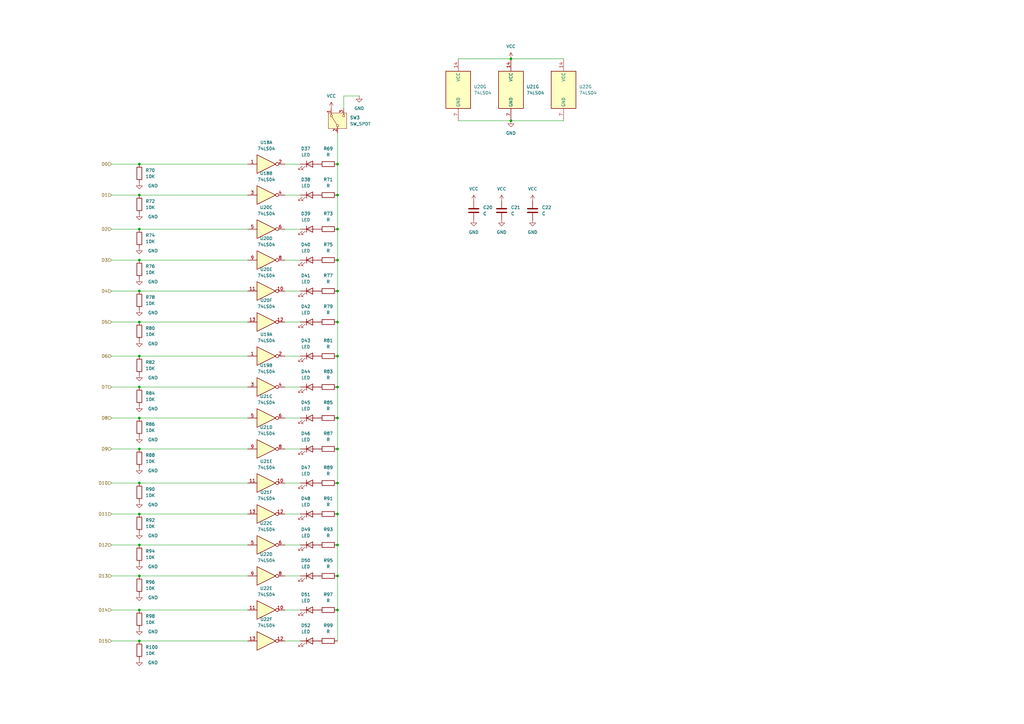
<source format=kicad_sch>
(kicad_sch (version 20231120) (generator "eeschema") (generator_version "8.0")
  (paper "A3")
  (lib_symbols
    (symbol "74xx:74LS04"
      (property "Reference" "U" (at 0 1.27 0))
      (property "Value" "74LS04" (at 0 -1.27 0))
      (symbol "74LS04_1_0"
        (polyline (pts (xy -3.81 3.81) (xy -3.81 -3.81) (xy 3.81 0) (xy -3.81 3.81)) (stroke (width 0.254)) (fill (type background)))
        (pin input line (at -7.62 0 0) (length 3.81) (name "~") (number "1"))
        (pin output inverted (at 7.62 0 180) (length 3.81) (name "~") (number "2"))
      )
      (symbol "74LS04_2_0"
        (polyline (pts (xy -3.81 3.81) (xy -3.81 -3.81) (xy 3.81 0) (xy -3.81 3.81)) (stroke (width 0.254)) (fill (type background)))
        (pin input line (at -7.62 0 0) (length 3.81) (name "~") (number "3"))
        (pin output inverted (at 7.62 0 180) (length 3.81) (name "~") (number "4"))
      )
      (symbol "74LS04_3_0"
        (polyline (pts (xy -3.81 3.81) (xy -3.81 -3.81) (xy 3.81 0) (xy -3.81 3.81)) (stroke (width 0.254)) (fill (type background)))
        (pin input line (at -7.62 0 0) (length 3.81) (name "~") (number "5"))
        (pin output inverted (at 7.62 0 180) (length 3.81) (name "~") (number "6"))
      )
      (symbol "74LS04_4_0"
        (polyline (pts (xy -3.81 3.81) (xy -3.81 -3.81) (xy 3.81 0) (xy -3.81 3.81)) (stroke (width 0.254)) (fill (type background)))
        (pin output inverted (at 7.62 0 180) (length 3.81) (name "~") (number "8"))
        (pin input line (at -7.62 0 0) (length 3.81) (name "~") (number "9"))
      )
      (symbol "74LS04_5_0"
        (polyline (pts (xy -3.81 3.81) (xy -3.81 -3.81) (xy 3.81 0) (xy -3.81 3.81)) (stroke (width 0.254)) (fill (type background)))
        (pin output inverted (at 7.62 0 180) (length 3.81) (name "~") (number "10"))
        (pin input line (at -7.62 0 0) (length 3.81) (name "~") (number "11"))
      )
      (symbol "74LS04_6_0"
        (polyline (pts (xy -3.81 3.81) (xy -3.81 -3.81) (xy 3.81 0) (xy -3.81 3.81)) (stroke (width 0.254)) (fill (type background)))
        (pin output inverted (at 7.62 0 180) (length 3.81) (name "~") (number "12"))
        (pin input line (at -7.62 0 0) (length 3.81) (name "~") (number "13"))
      )
      (symbol "74LS04_7_0"
        (pin power_in line (at 0 12.7 270) (length 5.08) (name "VCC") (number "14"))
        (pin power_in line (at 0 -12.7 90) (length 5.08) (name "GND") (number "7"))
      )
      (symbol "74LS04_7_1"
        (rectangle (start -5.08 7.62) (end 5.08 -7.62) (stroke (width 0.254)) (fill (type background)))
      )
    )
    (symbol "Device:C" (pin_numbers hide) (pin_names (offset 0.254))
      (property "Reference" "C" (at 0.635 2.54 0))
      (property "Value" "C" (at 0.635 -2.54 0))
      (symbol "C_0_1"
        (polyline (pts (xy -2.032 -0.762) (xy 2.032 -0.762)) (stroke (width 0.508)))
        (polyline (pts (xy -2.032 0.762) (xy 2.032 0.762)) (stroke (width 0.508)))
      )
      (symbol "C_1_1"
        (pin passive line (at 0 3.81 270) (length 2.794) (name "~") (number "1"))
        (pin passive line (at 0 -3.81 90) (length 2.794) (name "~") (number "2"))
      )
    )
    (symbol "Device:LED" (pin_numbers hide) (pin_names (offset 1.016) hide)
      (property "Reference" "D" (at 0 2.54 0))
      (property "Value" "LED" (at 0 -2.54 0))
      (symbol "LED_0_1"
        (polyline (pts (xy -1.27 -1.27) (xy -1.27 1.27)) (stroke (width 0.254)))
        (polyline (pts (xy -1.27 0) (xy 1.27 0)))
        (polyline (pts (xy 1.27 -1.27) (xy 1.27 1.27) (xy -1.27 0) (xy 1.27 -1.27)) (stroke (width 0.254)))
        (polyline (pts (xy -3.048 -0.762) (xy -4.572 -2.286) (xy -3.81 -2.286) (xy -4.572 -2.286) (xy -4.572 -1.524)))
        (polyline (pts (xy -1.778 -0.762) (xy -3.302 -2.286) (xy -2.54 -2.286) (xy -3.302 -2.286) (xy -3.302 -1.524)))
      )
      (symbol "LED_1_1"
        (pin passive line (at -3.81 0 0) (length 2.54) (name "K") (number "1"))
        (pin passive line (at 3.81 0 180) (length 2.54) (name "A") (number "2"))
      )
    )
    (symbol "Device:R" (pin_numbers hide) (pin_names (offset 0))
      (property "Reference" "R" (at 2.032 0 90))
      (property "Value" "R" (at 0 0 90))
      (symbol "R_0_1"
        (rectangle (start -1.016 -2.54) (end 1.016 2.54) (stroke (width 0.254)))
      )
      (symbol "R_1_1"
        (pin passive line (at 0 3.81 270) (length 1.27) (name "~") (number "1"))
        (pin passive line (at 0 -3.81 90) (length 1.27) (name "~") (number "2"))
      )
    )
    (symbol "Switch:SW_SPDT" (pin_names (offset 0) hide)
      (property "Reference" "SW" (at 0 5.08 0))
      (property "Value" "SW_SPDT" (at 0 -5.08 0))
      (symbol "SW_SPDT_0_1"
        (circle (center -2.032 0) (radius 0.4572))
        (polyline (pts (xy -1.651 0.254) (xy 1.651 2.286)))
        (circle (center 2.032 -2.54) (radius 0.4572))
        (circle (center 2.032 2.54) (radius 0.4572))
      )
      (symbol "SW_SPDT_1_1"
        (rectangle (start -3.175 3.81) (end 3.175 -3.81) (fill (type background)))
        (pin passive line (at 5.08 2.54 180) (length 2.54) (name "A") (number "1"))
        (pin passive line (at -5.08 0 0) (length 2.54) (name "B") (number "2"))
        (pin passive line (at 5.08 -2.54 180) (length 2.54) (name "C") (number "3"))
      )
    )
    (symbol "power:GND" (power) (pin_numbers hide) (pin_names (offset 0) hide)
      (property "Value" "GND" (at 0 -3.81 0))
      (symbol "GND_0_1"
        (polyline (pts (xy 0 0) (xy 0 -1.27) (xy 1.27 -1.27) (xy 0 -2.54) (xy -1.27 -1.27) (xy 0 -1.27)))
      )
      (symbol "GND_1_1"
        (pin power_in line (at 0 0 270) (length 0) (name "~") (number "1"))
      )
    )
    (symbol "power:VCC" (power) (pin_numbers hide) (pin_names (offset 0) hide)
      (property "Value" "VCC" (at 0 3.556 0))
      (symbol "VCC_0_1"
        (polyline (pts (xy -0.762 1.27) (xy 0 2.54)))
        (polyline (pts (xy 0 0) (xy 0 2.54)))
        (polyline (pts (xy 0 2.54) (xy 0.762 1.27)))
      )
      (symbol "VCC_1_1"
        (pin power_in line (at 0 0 90) (length 0) (name "~") (number "1"))
      )
    )
  )
  (junction (at 138.43 146.05))
  (junction (at 57.15 158.75))
  (junction (at 138.43 171.45))
  (junction (at 138.43 106.68))
  (junction (at 57.15 171.45))
  (junction (at 138.43 67.31))
  (junction (at 57.15 106.68))
  (junction (at 57.15 250.19))
  (junction (at 138.43 210.82))
  (junction (at 138.43 158.75))
  (junction (at 57.15 119.38))
  (junction (at 138.43 250.19))
  (junction (at 57.15 210.82))
  (junction (at 138.43 119.38))
  (junction (at 57.15 146.05))
  (junction (at 138.43 236.22))
  (junction (at 57.15 223.52))
  (junction (at 57.15 132.08))
  (junction (at 57.15 80.01))
  (junction (at 138.43 184.15))
  (junction (at 57.15 198.12))
  (junction (at 57.15 262.89))
  (junction (at 209.55 49.53))
  (junction (at 57.15 236.22))
  (junction (at 138.43 223.52))
  (junction (at 138.43 198.12))
  (junction (at 57.15 93.98))
  (junction (at 57.15 67.31))
  (junction (at 57.15 184.15))
  (junction (at 138.43 93.98))
  (junction (at 138.43 132.08))
  (junction (at 138.43 80.01))
  (junction (at 209.55 24.13))
  (wire (pts (xy 138.43 171.45) (xy 138.43 184.15)))
  (wire (pts (xy 138.43 158.75) (xy 138.43 171.45)))
  (wire (pts (xy 57.15 132.08) (xy 101.6 132.08)))
  (wire (pts (xy 57.15 184.15) (xy 101.6 184.15)))
  (wire (pts (xy 116.84 132.08) (xy 123.19 132.08)))
  (wire (pts (xy 57.15 106.68) (xy 101.6 106.68)))
  (wire (pts (xy 116.84 106.68) (xy 123.19 106.68)))
  (wire (pts (xy 116.84 67.31) (xy 123.19 67.31)))
  (wire (pts (xy 116.84 80.01) (xy 123.19 80.01)))
  (wire (pts (xy 57.15 262.89) (xy 101.6 262.89)))
  (wire (pts (xy 138.43 132.08) (xy 138.43 146.05)))
  (wire (pts (xy 45.72 262.89) (xy 57.15 262.89)))
  (wire (pts (xy 138.43 67.31) (xy 138.43 80.01)))
  (wire (pts (xy 209.55 49.53) (xy 231.14 49.53)))
  (wire (pts (xy 57.15 80.01) (xy 101.6 80.01)))
  (wire (pts (xy 116.84 250.19) (xy 123.19 250.19)))
  (wire (pts (xy 45.72 184.15) (xy 57.15 184.15)))
  (wire (pts (xy 116.84 210.82) (xy 123.19 210.82)))
  (wire (pts (xy 57.15 93.98) (xy 101.6 93.98)))
  (wire (pts (xy 138.43 184.15) (xy 138.43 198.12)))
  (wire (pts (xy 45.72 198.12) (xy 57.15 198.12)))
  (wire (pts (xy 45.72 223.52) (xy 57.15 223.52)))
  (wire (pts (xy 116.84 171.45) (xy 123.19 171.45)))
  (wire (pts (xy 116.84 146.05) (xy 123.19 146.05)))
  (wire (pts (xy 138.43 250.19) (xy 138.43 262.89)))
  (wire (pts (xy 45.72 210.82) (xy 57.15 210.82)))
  (wire (pts (xy 116.84 236.22) (xy 123.19 236.22)))
  (wire (pts (xy 45.72 146.05) (xy 57.15 146.05)))
  (wire (pts (xy 187.96 49.53) (xy 209.55 49.53)))
  (wire (pts (xy 138.43 236.22) (xy 138.43 250.19)))
  (wire (pts (xy 57.15 250.19) (xy 101.6 250.19)))
  (wire (pts (xy 138.43 223.52) (xy 138.43 236.22)))
  (wire (pts (xy 45.72 93.98) (xy 57.15 93.98)))
  (wire (pts (xy 138.43 93.98) (xy 138.43 106.68)))
  (wire (pts (xy 45.72 236.22) (xy 57.15 236.22)))
  (wire (pts (xy 116.84 119.38) (xy 123.19 119.38)))
  (wire (pts (xy 57.15 223.52) (xy 101.6 223.52)))
  (wire (pts (xy 57.15 67.31) (xy 101.6 67.31)))
  (wire (pts (xy 57.15 146.05) (xy 101.6 146.05)))
  (wire (pts (xy 187.96 24.13) (xy 209.55 24.13)))
  (wire (pts (xy 138.43 146.05) (xy 138.43 158.75)))
  (wire (pts (xy 45.72 171.45) (xy 57.15 171.45)))
  (wire (pts (xy 116.84 158.75) (xy 123.19 158.75)))
  (wire (pts (xy 45.72 106.68) (xy 57.15 106.68)))
  (wire (pts (xy 45.72 132.08) (xy 57.15 132.08)))
  (wire (pts (xy 209.55 24.13) (xy 231.14 24.13)))
  (wire (pts (xy 45.72 158.75) (xy 57.15 158.75)))
  (wire (pts (xy 138.43 80.01) (xy 138.43 93.98)))
  (wire (pts (xy 57.15 119.38) (xy 101.6 119.38)))
  (wire (pts (xy 116.84 184.15) (xy 123.19 184.15)))
  (wire (pts (xy 140.97 44.45) (xy 140.97 39.37)))
  (wire (pts (xy 57.15 236.22) (xy 101.6 236.22)))
  (wire (pts (xy 57.15 171.45) (xy 101.6 171.45)))
  (wire (pts (xy 138.43 54.61) (xy 138.43 67.31)))
  (wire (pts (xy 116.84 198.12) (xy 123.19 198.12)))
  (wire (pts (xy 138.43 119.38) (xy 138.43 132.08)))
  (wire (pts (xy 116.84 262.89) (xy 123.19 262.89)))
  (wire (pts (xy 138.43 106.68) (xy 138.43 119.38)))
  (wire (pts (xy 116.84 93.98) (xy 123.19 93.98)))
  (wire (pts (xy 45.72 119.38) (xy 57.15 119.38)))
  (wire (pts (xy 140.97 39.37) (xy 147.32 39.37)))
  (wire (pts (xy 45.72 80.01) (xy 57.15 80.01)))
  (wire (pts (xy 57.15 210.82) (xy 101.6 210.82)))
  (wire (pts (xy 57.15 198.12) (xy 101.6 198.12)))
  (wire (pts (xy 138.43 210.82) (xy 138.43 223.52)))
  (wire (pts (xy 45.72 67.31) (xy 57.15 67.31)))
  (wire (pts (xy 57.15 158.75) (xy 101.6 158.75)))
  (wire (pts (xy 45.72 250.19) (xy 57.15 250.19)))
  (wire (pts (xy 116.84 223.52) (xy 123.19 223.52)))
  (wire (pts (xy 138.43 198.12) (xy 138.43 210.82)))
  (hierarchical_label "D5" (shape input) (at 45.72 132.08 180))
  (hierarchical_label "D6" (shape input) (at 45.72 146.05 180))
  (hierarchical_label "D2" (shape input) (at 45.72 93.98 180))
  (hierarchical_label "D14" (shape input) (at 45.72 250.19 180))
  (hierarchical_label "D15" (shape input) (at 45.72 262.89 180))
  (hierarchical_label "D0" (shape input) (at 45.72 67.31 180))
  (hierarchical_label "D7" (shape input) (at 45.72 158.75 180))
  (hierarchical_label "D10" (shape input) (at 45.72 198.12 180))
  (hierarchical_label "D13" (shape input) (at 45.72 236.22 180))
  (hierarchical_label "D1" (shape input) (at 45.72 80.01 180))
  (hierarchical_label "D4" (shape input) (at 45.72 119.38 180))
  (hierarchical_label "D8" (shape input) (at 45.72 171.45 180))
  (hierarchical_label "D12" (shape input) (at 45.72 223.52 180))
  (hierarchical_label "D11" (shape input) (at 45.72 210.82 180))
  (hierarchical_label "D3" (shape input) (at 45.72 106.68 180))
  (hierarchical_label "D9" (shape input) (at 45.72 184.15 180))
  (symbol (lib_id "power:GND") (at 57.15 127 0) (unit 1)
    (property "Reference" "#PWR0135" (effects (hide yes)))
    (property "Value" "GND" (at 62.738 128.27 0))
    (property "Description" "Power symbol creates a global label with name \"GND\" , ground" (effects (hide yes)))
    (instances (project "pcb_proc_control" (path "" (reference "#PWR0135") (unit 1)) (path "" (reference "#PWR0109") (unit 1)) (path "" (reference "#PWR083") (unit 1))))
  )
  (symbol (lib_id "Device:R") (at 134.62 106.68 90) (unit 1)
    (property "Reference" "R75" (at 134.62 100.33 90))
    (property "Value" "R" (at 134.62 102.87 90))
    (property "Footprint" "Resistor_SMD:R_0805_2012Metric" (effects (hide yes)))
    (property "Description" "Resistor" (effects (hide yes)))
    (instances (project "pcb_proc_control" (path "" (reference "R75") (unit 1)) (path "" (reference "R43") (unit 1)) (path "" (reference "R11") (unit 1))))
  )
  (symbol (lib_id "Device:C") (at 205.74 86.36 0) (unit 1)
    (property "Reference" "C21" (at 209.55 85.0899 0) (effects (justify left)))
    (property "Value" "C" (at 209.55 87.6299 0) (effects (justify left)))
    (property "Footprint" "Capacitor_SMD:C_0805_2012Metric" (effects (hide yes)))
    (property "Description" "Unpolarized capacitor" (effects (hide yes)))
    (instances (project "pcb_proc_control" (path "" (reference "C21") (unit 1)) (path "" (reference "C18") (unit 1)) (path "" (reference "C15") (unit 1))))
  )
  (symbol (lib_id "Device:R") (at 134.62 262.89 90) (unit 1)
    (property "Reference" "R99" (at 134.62 256.54 90))
    (property "Value" "R" (at 134.62 259.08 90))
    (property "Footprint" "Resistor_SMD:R_0805_2012Metric" (effects (hide yes)))
    (property "Description" "Resistor" (effects (hide yes)))
    (instances (project "pcb_proc_control" (path "" (reference "R99") (unit 1)) (path "" (reference "R67") (unit 1)) (path "" (reference "R35") (unit 1))))
  )
  (symbol (lib_id "Device:R") (at 57.15 227.33 0) (unit 1)
    (property "Reference" "R94" (at 59.69 226.0599 0) (effects (justify left)))
    (property "Value" "10K" (at 59.69 228.5999 0) (effects (justify left)))
    (property "Footprint" "Resistor_SMD:R_0805_2012Metric" (effects (hide yes)))
    (property "Description" "Resistor" (effects (hide yes)))
    (instances (project "pcb_proc_control" (path "" (reference "R94") (unit 1)) (path "" (reference "R62") (unit 1)) (path "" (reference "R30") (unit 1))))
  )
  (symbol (lib_id "Device:LED") (at 127 158.75 0) (unit 1)
    (property "Reference" "D44" (at 125.4125 152.4 0))
    (property "Value" "LED" (at 125.4125 154.94 0))
    (property "Footprint" "LED_THT:LED_Rectangular_W5.0mm_H2.0mm" (effects (hide yes)))
    (property "Description" "Light emitting diode" (effects (hide yes)))
    (instances (project "pcb_proc_control" (path "" (reference "D44") (unit 1)) (path "" (reference "D28") (unit 1)) (path "" (reference "D12") (unit 1))))
  )
  (symbol (lib_id "Device:R") (at 134.62 93.98 90) (unit 1)
    (property "Reference" "R73" (at 134.62 87.63 90))
    (property "Value" "R" (at 134.62 90.17 90))
    (property "Footprint" "Resistor_SMD:R_0805_2012Metric" (effects (hide yes)))
    (property "Description" "Resistor" (effects (hide yes)))
    (instances (project "pcb_proc_control" (path "" (reference "R73") (unit 1)) (path "" (reference "R41") (unit 1)) (path "" (reference "R9") (unit 1))))
  )
  (symbol (lib_id "power:GND") (at 209.55 49.53 0) (unit 1)
    (property "Reference" "#PWR0124" (effects (hide yes)))
    (property "Value" "GND" (at 209.55 54.61 0))
    (property "Description" "Power symbol creates a global label with name \"GND\" , ground" (effects (hide yes)))
    (instances (project "pcb_proc_control" (path "" (reference "#PWR0124") (unit 1)) (path "" (reference "#PWR098") (unit 1)) (path "" (reference "#PWR072") (unit 1))))
  )
  (symbol (lib_id "74xx:74LS04") (at 209.55 36.83 0) (unit 7)
    (property "Reference" "U21" (at 215.9 35.5599 0) (effects (justify left)))
    (property "Value" "74LS04" (at 215.9 38.0999 0) (effects (justify left)))
    (property "Footprint" "Package_DIP:DIP-14_W7.62mm_Socket_LongPads" (effects (hide yes)))
    (property "Datasheet" "http://www.ti.com/lit/gpn/sn74LS04" (effects (hide yes)))
    (property "Description" "Hex Inverter" (effects (hide yes)))
    (instances (project "pcb_proc_control" (path "" (reference "U21") (unit 7)) (path "" (reference "U18") (unit 7)) (path "" (reference "U15") (unit 7))))
  )
  (symbol (lib_id "power:GND") (at 57.15 205.74 0) (unit 1)
    (property "Reference" "#PWR0141" (effects (hide yes)))
    (property "Value" "GND" (at 62.738 207.01 0))
    (property "Description" "Power symbol creates a global label with name \"GND\" , ground" (effects (hide yes)))
    (instances (project "pcb_proc_control" (path "" (reference "#PWR0141") (unit 1)) (path "" (reference "#PWR0115") (unit 1)) (path "" (reference "#PWR089") (unit 1))))
  )
  (symbol (lib_id "power:GND") (at 57.15 243.84 0) (unit 1)
    (property "Reference" "#PWR0144" (effects (hide yes)))
    (property "Value" "GND" (at 62.738 245.11 0))
    (property "Description" "Power symbol creates a global label with name \"GND\" , ground" (effects (hide yes)))
    (instances (project "pcb_proc_control" (path "" (reference "#PWR0144") (unit 1)) (path "" (reference "#PWR0118") (unit 1)) (path "" (reference "#PWR092") (unit 1))))
  )
  (symbol (lib_id "Device:LED") (at 127 262.89 0) (unit 1)
    (property "Reference" "D52" (at 125.4125 256.54 0))
    (property "Value" "LED" (at 125.4125 259.08 0))
    (property "Footprint" "LED_THT:LED_Rectangular_W5.0mm_H2.0mm" (effects (hide yes)))
    (property "Description" "Light emitting diode" (effects (hide yes)))
    (instances (project "pcb_proc_control" (path "" (reference "D52") (unit 1)) (path "" (reference "D36") (unit 1)) (path "" (reference "D20") (unit 1))))
  )
  (symbol (lib_id "Device:LED") (at 127 132.08 0) (unit 1)
    (property "Reference" "D42" (at 125.4125 125.73 0))
    (property "Value" "LED" (at 125.4125 128.27 0))
    (property "Footprint" "LED_THT:LED_Rectangular_W5.0mm_H2.0mm" (effects (hide yes)))
    (property "Description" "Light emitting diode" (effects (hide yes)))
    (instances (project "pcb_proc_control" (path "" (reference "D42") (unit 1)) (path "" (reference "D26") (unit 1)) (path "" (reference "D10") (unit 1))))
  )
  (symbol (lib_id "Device:R") (at 57.15 214.63 0) (unit 1)
    (property "Reference" "R92" (at 59.69 213.3599 0) (effects (justify left)))
    (property "Value" "10K" (at 59.69 215.8999 0) (effects (justify left)))
    (property "Footprint" "Resistor_SMD:R_0805_2012Metric" (effects (hide yes)))
    (property "Description" "Resistor" (effects (hide yes)))
    (instances (project "pcb_proc_control" (path "" (reference "R92") (unit 1)) (path "" (reference "R60") (unit 1)) (path "" (reference "R28") (unit 1))))
  )
  (symbol (lib_id "Device:LED") (at 127 171.45 0) (unit 1)
    (property "Reference" "D45" (at 125.4125 165.1 0))
    (property "Value" "LED" (at 125.4125 167.64 0))
    (property "Footprint" "LED_THT:LED_Rectangular_W5.0mm_H2.0mm" (effects (hide yes)))
    (property "Description" "Light emitting diode" (effects (hide yes)))
    (instances (project "pcb_proc_control" (path "" (reference "D45") (unit 1)) (path "" (reference "D29") (unit 1)) (path "" (reference "D13") (unit 1))))
  )
  (symbol (lib_id "power:VCC") (at 209.55 24.13 0) (unit 1)
    (property "Reference" "#PWR0121" (effects (hide yes)))
    (property "Value" "VCC" (at 209.55 19.05 0))
    (property "Description" "Power symbol creates a global label with name \"VCC\"" (effects (hide yes)))
    (instances (project "pcb_proc_control" (path "" (reference "#PWR0121") (unit 1)) (path "" (reference "#PWR095") (unit 1)) (path "" (reference "#PWR069") (unit 1))))
  )
  (symbol (lib_id "Device:R") (at 134.62 132.08 90) (unit 1)
    (property "Reference" "R79" (at 134.62 125.73 90))
    (property "Value" "R" (at 134.62 128.27 90))
    (property "Footprint" "Resistor_SMD:R_0805_2012Metric" (effects (hide yes)))
    (property "Description" "Resistor" (effects (hide yes)))
    (instances (project "pcb_proc_control" (path "" (reference "R79") (unit 1)) (path "" (reference "R47") (unit 1)) (path "" (reference "R15") (unit 1))))
  )
  (symbol (lib_id "power:GND") (at 218.44 90.17 0) (unit 1)
    (property "Reference" "#PWR0132" (effects (hide yes)))
    (property "Value" "GND" (at 218.44 95.25 0))
    (property "Description" "Power symbol creates a global label with name \"GND\" , ground" (effects (hide yes)))
    (instances (project "pcb_proc_control" (path "" (reference "#PWR0132") (unit 1)) (path "" (reference "#PWR0106") (unit 1)) (path "" (reference "#PWR080") (unit 1))))
  )
  (symbol (lib_id "74xx:74LS04") (at 109.22 67.31 0) (unit 1)
    (property "Reference" "U18" (at 109.22 58.42 0))
    (property "Value" "74LS04" (at 109.22 60.96 0))
    (property "Footprint" "Package_DIP:DIP-14_W7.62mm_Socket_LongPads" (effects (hide yes)))
    (property "Datasheet" "http://www.ti.com/lit/gpn/sn74LS04" (effects (hide yes)))
    (property "Description" "Hex Inverter" (effects (hide yes)))
    (instances (project "pcb_proc_control" (path "" (reference "U18") (unit 1)) (path "" (reference "U16") (unit 1)) (path "" (reference "U14") (unit 1))))
  )
  (symbol (lib_id "power:GND") (at 194.31 90.17 0) (unit 1)
    (property "Reference" "#PWR0130" (effects (hide yes)))
    (property "Value" "GND" (at 194.31 95.25 0))
    (property "Description" "Power symbol creates a global label with name \"GND\" , ground" (effects (hide yes)))
    (instances (project "pcb_proc_control" (path "" (reference "#PWR0130") (unit 1)) (path "" (reference "#PWR0104") (unit 1)) (path "" (reference "#PWR078") (unit 1))))
  )
  (symbol (lib_id "74xx:74LS04") (at 187.96 36.83 0) (unit 7)
    (property "Reference" "U20" (at 194.31 35.5599 0) (effects (justify left)))
    (property "Value" "74LS04" (at 194.31 38.0999 0) (effects (justify left)))
    (property "Footprint" "Package_DIP:DIP-14_W7.62mm_Socket_LongPads" (effects (hide yes)))
    (property "Datasheet" "http://www.ti.com/lit/gpn/sn74LS04" (effects (hide yes)))
    (property "Description" "Hex Inverter" (effects (hide yes)))
    (instances (project "pcb_proc_control" (path "" (reference "U20") (unit 7)) (path "" (reference "U17") (unit 7)) (path "" (reference "U14") (unit 7))))
  )
  (symbol (lib_id "Device:R") (at 57.15 162.56 0) (unit 1)
    (property "Reference" "R84" (at 59.69 161.2899 0) (effects (justify left)))
    (property "Value" "10K" (at 59.69 163.8299 0) (effects (justify left)))
    (property "Footprint" "Resistor_SMD:R_0805_2012Metric" (effects (hide yes)))
    (property "Description" "Resistor" (effects (hide yes)))
    (instances (project "pcb_proc_control" (path "" (reference "R84") (unit 1)) (path "" (reference "R52") (unit 1)) (path "" (reference "R20") (unit 1))))
  )
  (symbol (lib_id "Device:LED") (at 127 106.68 0) (unit 1)
    (property "Reference" "D40" (at 125.4125 100.33 0))
    (property "Value" "LED" (at 125.4125 102.87 0))
    (property "Footprint" "LED_THT:LED_Rectangular_W5.0mm_H2.0mm" (effects (hide yes)))
    (property "Description" "Light emitting diode" (effects (hide yes)))
    (instances (project "pcb_proc_control" (path "" (reference "D40") (unit 1)) (path "" (reference "D24") (unit 1)) (path "" (reference "D8") (unit 1))))
  )
  (symbol (lib_id "power:GND") (at 57.15 114.3 0) (unit 1)
    (property "Reference" "#PWR0134" (effects (hide yes)))
    (property "Value" "GND" (at 62.738 115.57 0))
    (property "Description" "Power symbol creates a global label with name \"GND\" , ground" (effects (hide yes)))
    (instances (project "pcb_proc_control" (path "" (reference "#PWR0134") (unit 1)) (path "" (reference "#PWR0108") (unit 1)) (path "" (reference "#PWR082") (unit 1))))
  )
  (symbol (lib_id "74xx:74LS04") (at 109.22 146.05 0) (unit 1)
    (property "Reference" "U19" (at 109.22 137.16 0))
    (property "Value" "74LS04" (at 109.22 139.7 0))
    (property "Footprint" "Package_DIP:DIP-14_W7.62mm_Socket_LongPads" (effects (hide yes)))
    (property "Datasheet" "http://www.ti.com/lit/gpn/sn74LS04" (effects (hide yes)))
    (property "Description" "Hex Inverter" (effects (hide yes)))
    (instances (project "pcb_proc_control" (path "" (reference "U19") (unit 1)) (path "" (reference "U17") (unit 1)) (path "" (reference "U15") (unit 1))))
  )
  (symbol (lib_id "Device:R") (at 57.15 240.03 0) (unit 1)
    (property "Reference" "R96" (at 59.69 238.7599 0) (effects (justify left)))
    (property "Value" "10K" (at 59.69 241.2999 0) (effects (justify left)))
    (property "Footprint" "Resistor_SMD:R_0805_2012Metric" (effects (hide yes)))
    (property "Description" "Resistor" (effects (hide yes)))
    (instances (project "pcb_proc_control" (path "" (reference "R96") (unit 1)) (path "" (reference "R64") (unit 1)) (path "" (reference "R32") (unit 1))))
  )
  (symbol (lib_id "Device:R") (at 57.15 149.86 0) (unit 1)
    (property "Reference" "R82" (at 59.69 148.5899 0) (effects (justify left)))
    (property "Value" "10K" (at 59.69 151.1299 0) (effects (justify left)))
    (property "Footprint" "Resistor_SMD:R_0805_2012Metric" (effects (hide yes)))
    (property "Description" "Resistor" (effects (hide yes)))
    (instances (project "pcb_proc_control" (path "" (reference "R82") (unit 1)) (path "" (reference "R50") (unit 1)) (path "" (reference "R18") (unit 1))))
  )
  (symbol (lib_id "power:VCC") (at 205.74 82.55 0) (unit 1)
    (property "Reference" "#PWR0127" (effects (hide yes)))
    (property "Value" "VCC" (at 205.74 77.47 0))
    (property "Description" "Power symbol creates a global label with name \"VCC\"" (effects (hide yes)))
    (instances (project "pcb_proc_control" (path "" (reference "#PWR0127") (unit 1)) (path "" (reference "#PWR0101") (unit 1)) (path "" (reference "#PWR075") (unit 1))))
  )
  (symbol (lib_id "power:GND") (at 57.15 257.81 0) (unit 1)
    (property "Reference" "#PWR0145" (effects (hide yes)))
    (property "Value" "GND" (at 62.738 259.08 0))
    (property "Description" "Power symbol creates a global label with name \"GND\" , ground" (effects (hide yes)))
    (instances (project "pcb_proc_control" (path "" (reference "#PWR0145") (unit 1)) (path "" (reference "#PWR0119") (unit 1)) (path "" (reference "#PWR093") (unit 1))))
  )
  (symbol (lib_id "power:GND") (at 57.15 139.7 0) (unit 1)
    (property "Reference" "#PWR0136" (effects (hide yes)))
    (property "Value" "GND" (at 62.738 140.97 0))
    (property "Description" "Power symbol creates a global label with name \"GND\" , ground" (effects (hide yes)))
    (instances (project "pcb_proc_control" (path "" (reference "#PWR0136") (unit 1)) (path "" (reference "#PWR0110") (unit 1)) (path "" (reference "#PWR084") (unit 1))))
  )
  (symbol (lib_id "Device:R") (at 57.15 266.7 0) (unit 1)
    (property "Reference" "R100" (at 59.69 265.4299 0) (effects (justify left)))
    (property "Value" "10K" (at 59.69 267.9699 0) (effects (justify left)))
    (property "Footprint" "Resistor_SMD:R_0805_2012Metric" (effects (hide yes)))
    (property "Description" "Resistor" (effects (hide yes)))
    (instances (project "pcb_proc_control" (path "" (reference "R100") (unit 1)) (path "" (reference "R68") (unit 1)) (path "" (reference "R36") (unit 1))))
  )
  (symbol (lib_id "power:VCC") (at 135.89 44.45 0) (unit 1)
    (property "Reference" "#PWR0123" (effects (hide yes)))
    (property "Value" "VCC" (at 135.89 39.37 0))
    (property "Description" "Power symbol creates a global label with name \"VCC\"" (effects (hide yes)))
    (instances (project "pcb_proc_control" (path "" (reference "#PWR0123") (unit 1)) (path "" (reference "#PWR097") (unit 1)) (path "" (reference "#PWR071") (unit 1))))
  )
  (symbol (lib_id "Device:R") (at 134.62 223.52 90) (unit 1)
    (property "Reference" "R93" (at 134.62 217.17 90))
    (property "Value" "R" (at 134.62 219.71 90))
    (property "Footprint" "Resistor_SMD:R_0805_2012Metric" (effects (hide yes)))
    (property "Description" "Resistor" (effects (hide yes)))
    (instances (project "pcb_proc_control" (path "" (reference "R93") (unit 1)) (path "" (reference "R61") (unit 1)) (path "" (reference "R29") (unit 1))))
  )
  (symbol (lib_id "Device:R") (at 134.62 80.01 90) (unit 1)
    (property "Reference" "R71" (at 134.62 73.66 90))
    (property "Value" "R" (at 134.62 76.2 90))
    (property "Footprint" "Resistor_SMD:R_0805_2012Metric" (effects (hide yes)))
    (property "Description" "Resistor" (effects (hide yes)))
    (instances (project "pcb_proc_control" (path "" (reference "R71") (unit 1)) (path "" (reference "R39") (unit 1)) (path "" (reference "R7") (unit 1))))
  )
  (symbol (lib_id "power:GND") (at 57.15 101.6 0) (unit 1)
    (property "Reference" "#PWR0133" (effects (hide yes)))
    (property "Value" "GND" (at 62.738 102.87 0))
    (property "Description" "Power symbol creates a global label with name \"GND\" , ground" (effects (hide yes)))
    (instances (project "pcb_proc_control" (path "" (reference "#PWR0133") (unit 1)) (path "" (reference "#PWR0107") (unit 1)) (path "" (reference "#PWR081") (unit 1))))
  )
  (symbol (lib_id "74xx:74LS04") (at 109.22 106.68 0) (unit 4)
    (property "Reference" "U20" (at 109.22 97.79 0))
    (property "Value" "74LS04" (at 109.22 100.33 0))
    (property "Footprint" "Package_DIP:DIP-14_W7.62mm_Socket_LongPads" (effects (hide yes)))
    (property "Datasheet" "http://www.ti.com/lit/gpn/sn74LS04" (effects (hide yes)))
    (property "Description" "Hex Inverter" (effects (hide yes)))
    (instances (project "pcb_proc_control" (path "" (reference "U20") (unit 4)) (path "" (reference "U17") (unit 4)) (path "" (reference "U14") (unit 4))))
  )
  (symbol (lib_id "Device:R") (at 134.62 184.15 90) (unit 1)
    (property "Reference" "R87" (at 134.62 177.8 90))
    (property "Value" "R" (at 134.62 180.34 90))
    (property "Footprint" "Resistor_SMD:R_0805_2012Metric" (effects (hide yes)))
    (property "Description" "Resistor" (effects (hide yes)))
    (instances (project "pcb_proc_control" (path "" (reference "R87") (unit 1)) (path "" (reference "R55") (unit 1)) (path "" (reference "R23") (unit 1))))
  )
  (symbol (lib_id "Device:LED") (at 127 236.22 0) (unit 1)
    (property "Reference" "D50" (at 125.4125 229.87 0))
    (property "Value" "LED" (at 125.4125 232.41 0))
    (property "Footprint" "LED_THT:LED_Rectangular_W5.0mm_H2.0mm" (effects (hide yes)))
    (property "Description" "Light emitting diode" (effects (hide yes)))
    (instances (project "pcb_proc_control" (path "" (reference "D50") (unit 1)) (path "" (reference "D34") (unit 1)) (path "" (reference "D18") (unit 1))))
  )
  (symbol (lib_id "power:GND") (at 57.15 179.07 0) (unit 1)
    (property "Reference" "#PWR0139" (effects (hide yes)))
    (property "Value" "GND" (at 62.738 180.34 0))
    (property "Description" "Power symbol creates a global label with name \"GND\" , ground" (effects (hide yes)))
    (instances (project "pcb_proc_control" (path "" (reference "#PWR0139") (unit 1)) (path "" (reference "#PWR0113") (unit 1)) (path "" (reference "#PWR087") (unit 1))))
  )
  (symbol (lib_id "74xx:74LS04") (at 109.22 198.12 0) (unit 5)
    (property "Reference" "U21" (at 109.22 189.23 0))
    (property "Value" "74LS04" (at 109.22 191.77 0))
    (property "Footprint" "Package_DIP:DIP-14_W7.62mm_Socket_LongPads" (effects (hide yes)))
    (property "Datasheet" "http://www.ti.com/lit/gpn/sn74LS04" (effects (hide yes)))
    (property "Description" "Hex Inverter" (effects (hide yes)))
    (instances (project "pcb_proc_control" (path "" (reference "U21") (unit 5)) (path "" (reference "U18") (unit 5)) (path "" (reference "U15") (unit 5))))
  )
  (symbol (lib_id "power:GND") (at 147.32 39.37 0) (unit 1)
    (property "Reference" "#PWR0122" (effects (hide yes)))
    (property "Value" "GND" (at 147.32 44.45 0))
    (property "Description" "Power symbol creates a global label with name \"GND\" , ground" (effects (hide yes)))
    (instances (project "pcb_proc_control" (path "" (reference "#PWR0122") (unit 1)) (path "" (reference "#PWR096") (unit 1)) (path "" (reference "#PWR070") (unit 1))))
  )
  (symbol (lib_id "Device:R") (at 57.15 110.49 0) (unit 1)
    (property "Reference" "R76" (at 59.69 109.2199 0) (effects (justify left)))
    (property "Value" "10K" (at 59.69 111.7599 0) (effects (justify left)))
    (property "Footprint" "Resistor_SMD:R_0805_2012Metric" (effects (hide yes)))
    (property "Description" "Resistor" (effects (hide yes)))
    (instances (project "pcb_proc_control" (path "" (reference "R76") (unit 1)) (path "" (reference "R44") (unit 1)) (path "" (reference "R12") (unit 1))))
  )
  (symbol (lib_id "74xx:74LS04") (at 231.14 36.83 0) (unit 7)
    (property "Reference" "U22" (at 237.49 35.5599 0) (effects (justify left)))
    (property "Value" "74LS04" (at 237.49 38.0999 0) (effects (justify left)))
    (property "Footprint" "Package_DIP:DIP-14_W7.62mm_Socket_LongPads" (effects (hide yes)))
    (property "Datasheet" "http://www.ti.com/lit/gpn/sn74LS04" (effects (hide yes)))
    (property "Description" "Hex Inverter" (effects (hide yes)))
    (instances (project "pcb_proc_control" (path "" (reference "U22") (unit 7)) (path "" (reference "U19") (unit 7)) (path "" (reference "U16") (unit 7))))
  )
  (symbol (lib_id "power:VCC") (at 218.44 82.55 0) (unit 1)
    (property "Reference" "#PWR0128" (effects (hide yes)))
    (property "Value" "VCC" (at 218.44 77.47 0))
    (property "Description" "Power symbol creates a global label with name \"VCC\"" (effects (hide yes)))
    (instances (project "pcb_proc_control" (path "" (reference "#PWR0128") (unit 1)) (path "" (reference "#PWR0102") (unit 1)) (path "" (reference "#PWR076") (unit 1))))
  )
  (symbol (lib_id "Device:LED") (at 127 119.38 0) (unit 1)
    (property "Reference" "D41" (at 125.4125 113.03 0))
    (property "Value" "LED" (at 125.4125 115.57 0))
    (property "Footprint" "LED_THT:LED_Rectangular_W5.0mm_H2.0mm" (effects (hide yes)))
    (property "Description" "Light emitting diode" (effects (hide yes)))
    (instances (project "pcb_proc_control" (path "" (reference "D41") (unit 1)) (path "" (reference "D25") (unit 1)) (path "" (reference "D9") (unit 1))))
  )
  (symbol (lib_id "Device:R") (at 57.15 187.96 0) (unit 1)
    (property "Reference" "R88" (at 59.69 186.6899 0) (effects (justify left)))
    (property "Value" "10K" (at 59.69 189.2299 0) (effects (justify left)))
    (property "Footprint" "Resistor_SMD:R_0805_2012Metric" (effects (hide yes)))
    (property "Description" "Resistor" (effects (hide yes)))
    (instances (project "pcb_proc_control" (path "" (reference "R88") (unit 1)) (path "" (reference "R56") (unit 1)) (path "" (reference "R24") (unit 1))))
  )
  (symbol (lib_id "Device:LED") (at 127 223.52 0) (unit 1)
    (property "Reference" "D49" (at 125.4125 217.17 0))
    (property "Value" "LED" (at 125.4125 219.71 0))
    (property "Footprint" "LED_THT:LED_Rectangular_W5.0mm_H2.0mm" (effects (hide yes)))
    (property "Description" "Light emitting diode" (effects (hide yes)))
    (instances (project "pcb_proc_control" (path "" (reference "D49") (unit 1)) (path "" (reference "D33") (unit 1)) (path "" (reference "D17") (unit 1))))
  )
  (symbol (lib_id "74xx:74LS04") (at 109.22 262.89 0) (unit 6)
    (property "Reference" "U22" (at 109.22 254 0))
    (property "Value" "74LS04" (at 109.22 256.54 0))
    (property "Footprint" "Package_DIP:DIP-14_W7.62mm_Socket_LongPads" (effects (hide yes)))
    (property "Datasheet" "http://www.ti.com/lit/gpn/sn74LS04" (effects (hide yes)))
    (property "Description" "Hex Inverter" (effects (hide yes)))
    (instances (project "pcb_proc_control" (path "" (reference "U22") (unit 6)) (path "" (reference "U19") (unit 6)) (path "" (reference "U16") (unit 6))))
  )
  (symbol (lib_id "Device:C") (at 194.31 86.36 0) (unit 1)
    (property "Reference" "C20" (at 198.12 85.0899 0) (effects (justify left)))
    (property "Value" "C" (at 198.12 87.6299 0) (effects (justify left)))
    (property "Footprint" "Capacitor_SMD:C_0805_2012Metric" (effects (hide yes)))
    (property "Description" "Unpolarized capacitor" (effects (hide yes)))
    (instances (project "pcb_proc_control" (path "" (reference "C20") (unit 1)) (path "" (reference "C17") (unit 1)) (path "" (reference "C14") (unit 1))))
  )
  (symbol (lib_id "Device:R") (at 134.62 67.31 90) (unit 1)
    (property "Reference" "R69" (at 134.62 60.96 90))
    (property "Value" "R" (at 134.62 63.5 90))
    (property "Footprint" "Resistor_SMD:R_0805_2012Metric" (effects (hide yes)))
    (property "Description" "Resistor" (effects (hide yes)))
    (instances (project "pcb_proc_control" (path "" (reference "R69") (unit 1)) (path "" (reference "R37") (unit 1)) (path "" (reference "R5") (unit 1))))
  )
  (symbol (lib_id "power:GND") (at 57.15 191.77 0) (unit 1)
    (property "Reference" "#PWR0140" (effects (hide yes)))
    (property "Value" "GND" (at 62.738 193.04 0))
    (property "Description" "Power symbol creates a global label with name \"GND\" , ground" (effects (hide yes)))
    (instances (project "pcb_proc_control" (path "" (reference "#PWR0140") (unit 1)) (path "" (reference "#PWR0114") (unit 1)) (path "" (reference "#PWR088") (unit 1))))
  )
  (symbol (lib_id "power:VCC") (at 194.31 82.55 0) (unit 1)
    (property "Reference" "#PWR0126" (effects (hide yes)))
    (property "Value" "VCC" (at 194.31 77.47 0))
    (property "Description" "Power symbol creates a global label with name \"VCC\"" (effects (hide yes)))
    (instances (project "pcb_proc_control" (path "" (reference "#PWR0126") (unit 1)) (path "" (reference "#PWR0100") (unit 1)) (path "" (reference "#PWR074") (unit 1))))
  )
  (symbol (lib_id "Device:R") (at 134.62 198.12 90) (unit 1)
    (property "Reference" "R89" (at 134.62 191.77 90))
    (property "Value" "R" (at 134.62 194.31 90))
    (property "Footprint" "Resistor_SMD:R_0805_2012Metric" (effects (hide yes)))
    (property "Description" "Resistor" (effects (hide yes)))
    (instances (project "pcb_proc_control" (path "" (reference "R89") (unit 1)) (path "" (reference "R57") (unit 1)) (path "" (reference "R25") (unit 1))))
  )
  (symbol (lib_id "power:GND") (at 57.15 153.67 0) (unit 1)
    (property "Reference" "#PWR0137" (effects (hide yes)))
    (property "Value" "GND" (at 62.738 154.94 0))
    (property "Description" "Power symbol creates a global label with name \"GND\" , ground" (effects (hide yes)))
    (instances (project "pcb_proc_control" (path "" (reference "#PWR0137") (unit 1)) (path "" (reference "#PWR0111") (unit 1)) (path "" (reference "#PWR085") (unit 1))))
  )
  (symbol (lib_id "power:GND") (at 57.15 231.14 0) (unit 1)
    (property "Reference" "#PWR0143" (effects (hide yes)))
    (property "Value" "GND" (at 62.738 232.41 0))
    (property "Description" "Power symbol creates a global label with name \"GND\" , ground" (effects (hide yes)))
    (instances (project "pcb_proc_control" (path "" (reference "#PWR0143") (unit 1)) (path "" (reference "#PWR0117") (unit 1)) (path "" (reference "#PWR091") (unit 1))))
  )
  (symbol (lib_id "74xx:74LS04") (at 109.22 119.38 0) (unit 5)
    (property "Reference" "U20" (at 109.22 110.49 0))
    (property "Value" "74LS04" (at 109.22 113.03 0))
    (property "Footprint" "Package_DIP:DIP-14_W7.62mm_Socket_LongPads" (effects (hide yes)))
    (property "Datasheet" "http://www.ti.com/lit/gpn/sn74LS04" (effects (hide yes)))
    (property "Description" "Hex Inverter" (effects (hide yes)))
    (instances (project "pcb_proc_control" (path "" (reference "U20") (unit 5)) (path "" (reference "U17") (unit 5)) (path "" (reference "U14") (unit 5))))
  )
  (symbol (lib_id "Device:R") (at 134.62 210.82 90) (unit 1)
    (property "Reference" "R91" (at 134.62 204.47 90))
    (property "Value" "R" (at 134.62 207.01 90))
    (property "Footprint" "Resistor_SMD:R_0805_2012Metric" (effects (hide yes)))
    (property "Description" "Resistor" (effects (hide yes)))
    (instances (project "pcb_proc_control" (path "" (reference "R91") (unit 1)) (path "" (reference "R59") (unit 1)) (path "" (reference "R27") (unit 1))))
  )
  (symbol (lib_id "Device:LED") (at 127 198.12 0) (unit 1)
    (property "Reference" "D47" (at 125.4125 191.77 0))
    (property "Value" "LED" (at 125.4125 194.31 0))
    (property "Footprint" "LED_THT:LED_Rectangular_W5.0mm_H2.0mm" (effects (hide yes)))
    (property "Description" "Light emitting diode" (effects (hide yes)))
    (instances (project "pcb_proc_control" (path "" (reference "D47") (unit 1)) (path "" (reference "D31") (unit 1)) (path "" (reference "D15") (unit 1))))
  )
  (symbol (lib_id "Device:R") (at 134.62 158.75 90) (unit 1)
    (property "Reference" "R83" (at 134.62 152.4 90))
    (property "Value" "R" (at 134.62 154.94 90))
    (property "Footprint" "Resistor_SMD:R_0805_2012Metric" (effects (hide yes)))
    (property "Description" "Resistor" (effects (hide yes)))
    (instances (project "pcb_proc_control" (path "" (reference "R83") (unit 1)) (path "" (reference "R51") (unit 1)) (path "" (reference "R19") (unit 1))))
  )
  (symbol (lib_id "74xx:74LS04") (at 109.22 171.45 0) (unit 3)
    (property "Reference" "U21" (at 109.22 162.56 0))
    (property "Value" "74LS04" (at 109.22 165.1 0))
    (property "Footprint" "Package_DIP:DIP-14_W7.62mm_Socket_LongPads" (effects (hide yes)))
    (property "Datasheet" "http://www.ti.com/lit/gpn/sn74LS04" (effects (hide yes)))
    (property "Description" "Hex Inverter" (effects (hide yes)))
    (instances (project "pcb_proc_control" (path "" (reference "U21") (unit 3)) (path "" (reference "U18") (unit 3)) (path "" (reference "U15") (unit 3))))
  )
  (symbol (lib_id "Switch:SW_SPDT") (at 138.43 49.53 90) (unit 1)
    (property "Reference" "SW3" (at 143.51 48.2599 90) (effects (justify right)))
    (property "Value" "SW_SPDT" (at 143.51 50.7999 90) (effects (justify right)))
    (property "Footprint" "Button_Switch_THT:SW_E-Switch_EG1271_SPDT" (effects (hide yes)))
    (property "Description" "Switch, single pole double throw" (effects (hide yes)))
    (instances (project "pcb_proc_control" (path "" (reference "SW3") (unit 1)) (path "" (reference "SW2") (unit 1)) (path "" (reference "SW1") (unit 1))))
  )
  (symbol (lib_id "Device:LED") (at 127 146.05 0) (unit 1)
    (property "Reference" "D43" (at 125.4125 139.7 0))
    (property "Value" "LED" (at 125.4125 142.24 0))
    (property "Footprint" "LED_THT:LED_Rectangular_W5.0mm_H2.0mm" (effects (hide yes)))
    (property "Description" "Light emitting diode" (effects (hide yes)))
    (instances (project "pcb_proc_control" (path "" (reference "D43") (unit 1)) (path "" (reference "D27") (unit 1)) (path "" (reference "D11") (unit 1))))
  )
  (symbol (lib_id "Device:C") (at 218.44 86.36 0) (unit 1)
    (property "Reference" "C22" (at 222.25 85.0899 0) (effects (justify left)))
    (property "Value" "C" (at 222.25 87.6299 0) (effects (justify left)))
    (property "Footprint" "Capacitor_SMD:C_0805_2012Metric" (effects (hide yes)))
    (property "Description" "Unpolarized capacitor" (effects (hide yes)))
    (instances (project "pcb_proc_control" (path "" (reference "C22") (unit 1)) (path "" (reference "C19") (unit 1)) (path "" (reference "C16") (unit 1))))
  )
  (symbol (lib_id "Device:R") (at 134.62 236.22 90) (unit 1)
    (property "Reference" "R95" (at 134.62 229.87 90))
    (property "Value" "R" (at 134.62 232.41 90))
    (property "Footprint" "Resistor_SMD:R_0805_2012Metric" (effects (hide yes)))
    (property "Description" "Resistor" (effects (hide yes)))
    (instances (project "pcb_proc_control" (path "" (reference "R95") (unit 1)) (path "" (reference "R63") (unit 1)) (path "" (reference "R31") (unit 1))))
  )
  (symbol (lib_id "Device:R") (at 134.62 119.38 90) (unit 1)
    (property "Reference" "R77" (at 134.62 113.03 90))
    (property "Value" "R" (at 134.62 115.57 90))
    (property "Footprint" "Resistor_SMD:R_0805_2012Metric" (effects (hide yes)))
    (property "Description" "Resistor" (effects (hide yes)))
    (instances (project "pcb_proc_control" (path "" (reference "R77") (unit 1)) (path "" (reference "R45") (unit 1)) (path "" (reference "R13") (unit 1))))
  )
  (symbol (lib_id "power:GND") (at 57.15 270.51 0) (unit 1)
    (property "Reference" "#PWR0146" (effects (hide yes)))
    (property "Value" "GND" (at 62.738 271.78 0))
    (property "Description" "Power symbol creates a global label with name \"GND\" , ground" (effects (hide yes)))
    (instances (project "pcb_proc_control" (path "" (reference "#PWR0146") (unit 1)) (path "" (reference "#PWR0120") (unit 1)) (path "" (reference "#PWR094") (unit 1))))
  )
  (symbol (lib_id "Device:LED") (at 127 210.82 0) (unit 1)
    (property "Reference" "D48" (at 125.4125 204.47 0))
    (property "Value" "LED" (at 125.4125 207.01 0))
    (property "Footprint" "LED_THT:LED_Rectangular_W5.0mm_H2.0mm" (effects (hide yes)))
    (property "Description" "Light emitting diode" (effects (hide yes)))
    (instances (project "pcb_proc_control" (path "" (reference "D48") (unit 1)) (path "" (reference "D32") (unit 1)) (path "" (reference "D16") (unit 1))))
  )
  (symbol (lib_id "Device:R") (at 57.15 135.89 0) (unit 1)
    (property "Reference" "R80" (at 59.69 134.6199 0) (effects (justify left)))
    (property "Value" "10K" (at 59.69 137.1599 0) (effects (justify left)))
    (property "Footprint" "Resistor_SMD:R_0805_2012Metric" (effects (hide yes)))
    (property "Description" "Resistor" (effects (hide yes)))
    (instances (project "pcb_proc_control" (path "" (reference "R80") (unit 1)) (path "" (reference "R48") (unit 1)) (path "" (reference "R16") (unit 1))))
  )
  (symbol (lib_id "74xx:74LS04") (at 109.22 236.22 0) (unit 4)
    (property "Reference" "U22" (at 109.22 227.33 0))
    (property "Value" "74LS04" (at 109.22 229.87 0))
    (property "Footprint" "Package_DIP:DIP-14_W7.62mm_Socket_LongPads" (effects (hide yes)))
    (property "Datasheet" "http://www.ti.com/lit/gpn/sn74LS04" (effects (hide yes)))
    (property "Description" "Hex Inverter" (effects (hide yes)))
    (instances (project "pcb_proc_control" (path "" (reference "U22") (unit 4)) (path "" (reference "U19") (unit 4)) (path "" (reference "U16") (unit 4))))
  )
  (symbol (lib_id "74xx:74LS04") (at 109.22 223.52 0) (unit 3)
    (property "Reference" "U22" (at 109.22 214.63 0))
    (property "Value" "74LS04" (at 109.22 217.17 0))
    (property "Footprint" "Package_DIP:DIP-14_W7.62mm_Socket_LongPads" (effects (hide yes)))
    (property "Datasheet" "http://www.ti.com/lit/gpn/sn74LS04" (effects (hide yes)))
    (property "Description" "Hex Inverter" (effects (hide yes)))
    (instances (project "pcb_proc_control" (path "" (reference "U22") (unit 3)) (path "" (reference "U19") (unit 3)) (path "" (reference "U16") (unit 3))))
  )
  (symbol (lib_id "Device:R") (at 134.62 250.19 90) (unit 1)
    (property "Reference" "R97" (at 134.62 243.84 90))
    (property "Value" "R" (at 134.62 246.38 90))
    (property "Footprint" "Resistor_SMD:R_0805_2012Metric" (effects (hide yes)))
    (property "Description" "Resistor" (effects (hide yes)))
    (instances (project "pcb_proc_control" (path "" (reference "R97") (unit 1)) (path "" (reference "R65") (unit 1)) (path "" (reference "R33") (unit 1))))
  )
  (symbol (lib_id "Device:R") (at 57.15 123.19 0) (unit 1)
    (property "Reference" "R78" (at 59.69 121.9199 0) (effects (justify left)))
    (property "Value" "10K" (at 59.69 124.4599 0) (effects (justify left)))
    (property "Footprint" "Resistor_SMD:R_0805_2012Metric" (effects (hide yes)))
    (property "Description" "Resistor" (effects (hide yes)))
    (instances (project "pcb_proc_control" (path "" (reference "R78") (unit 1)) (path "" (reference "R46") (unit 1)) (path "" (reference "R14") (unit 1))))
  )
  (symbol (lib_id "Device:R") (at 134.62 171.45 90) (unit 1)
    (property "Reference" "R85" (at 134.62 165.1 90))
    (property "Value" "R" (at 134.62 167.64 90))
    (property "Footprint" "Resistor_SMD:R_0805_2012Metric" (effects (hide yes)))
    (property "Description" "Resistor" (effects (hide yes)))
    (instances (project "pcb_proc_control" (path "" (reference "R85") (unit 1)) (path "" (reference "R53") (unit 1)) (path "" (reference "R21") (unit 1))))
  )
  (symbol (lib_id "power:GND") (at 57.15 74.93 0) (unit 1)
    (property "Reference" "#PWR0125" (effects (hide yes)))
    (property "Value" "GND" (at 62.738 76.2 0))
    (property "Description" "Power symbol creates a global label with name \"GND\" , ground" (effects (hide yes)))
    (instances (project "" (path "" (reference "#PWR0125") (unit 1)) (path "" (reference "#PWR099") (unit 1)) (path "" (reference "#PWR073") (unit 1))))
  )
  (symbol (lib_id "power:GND") (at 205.74 90.17 0) (unit 1)
    (property "Reference" "#PWR0131" (effects (hide yes)))
    (property "Value" "GND" (at 205.74 95.25 0))
    (property "Description" "Power symbol creates a global label with name \"GND\" , ground" (effects (hide yes)))
    (instances (project "pcb_proc_control" (path "" (reference "#PWR0131") (unit 1)) (path "" (reference "#PWR0105") (unit 1)) (path "" (reference "#PWR079") (unit 1))))
  )
  (symbol (lib_id "Device:LED") (at 127 67.31 0) (unit 1)
    (property "Reference" "D37" (at 125.4125 60.96 0))
    (property "Value" "LED" (at 125.4125 63.5 0))
    (property "Footprint" "LED_THT:LED_Rectangular_W5.0mm_H2.0mm" (effects (hide yes)))
    (property "Description" "Light emitting diode" (effects (hide yes)))
    (instances (project "pcb_proc_control" (path "" (reference "D37") (unit 1)) (path "" (reference "D21") (unit 1)) (path "" (reference "D5") (unit 1))))
  )
  (symbol (lib_id "74xx:74LS04") (at 109.22 184.15 0) (unit 4)
    (property "Reference" "U21" (at 109.22 175.26 0))
    (property "Value" "74LS04" (at 109.22 177.8 0))
    (property "Footprint" "Package_DIP:DIP-14_W7.62mm_Socket_LongPads" (effects (hide yes)))
    (property "Datasheet" "http://www.ti.com/lit/gpn/sn74LS04" (effects (hide yes)))
    (property "Description" "Hex Inverter" (effects (hide yes)))
    (instances (project "pcb_proc_control" (path "" (reference "U21") (unit 4)) (path "" (reference "U18") (unit 4)) (path "" (reference "U15") (unit 4))))
  )
  (symbol (lib_id "74xx:74LS04") (at 109.22 80.01 0) (unit 2)
    (property "Reference" "U18" (at 109.22 71.12 0))
    (property "Value" "74LS04" (at 109.22 73.66 0))
    (property "Footprint" "Package_DIP:DIP-14_W7.62mm_Socket_LongPads" (effects (hide yes)))
    (property "Datasheet" "http://www.ti.com/lit/gpn/sn74LS04" (effects (hide yes)))
    (property "Description" "Hex Inverter" (effects (hide yes)))
    (instances (project "pcb_proc_control" (path "" (reference "U18") (unit 2)) (path "" (reference "U16") (unit 2)) (path "" (reference "U14") (unit 2))))
  )
  (symbol (lib_id "Device:R") (at 57.15 175.26 0) (unit 1)
    (property "Reference" "R86" (at 59.69 173.9899 0) (effects (justify left)))
    (property "Value" "10K" (at 59.69 176.5299 0) (effects (justify left)))
    (property "Footprint" "Resistor_SMD:R_0805_2012Metric" (effects (hide yes)))
    (property "Description" "Resistor" (effects (hide yes)))
    (instances (project "pcb_proc_control" (path "" (reference "R86") (unit 1)) (path "" (reference "R54") (unit 1)) (path "" (reference "R22") (unit 1))))
  )
  (symbol (lib_id "power:GND") (at 57.15 166.37 0) (unit 1)
    (property "Reference" "#PWR0138" (effects (hide yes)))
    (property "Value" "GND" (at 62.738 167.64 0))
    (property "Description" "Power symbol creates a global label with name \"GND\" , ground" (effects (hide yes)))
    (instances (project "pcb_proc_control" (path "" (reference "#PWR0138") (unit 1)) (path "" (reference "#PWR0112") (unit 1)) (path "" (reference "#PWR086") (unit 1))))
  )
  (symbol (lib_id "Device:LED") (at 127 184.15 0) (unit 1)
    (property "Reference" "D46" (at 125.4125 177.8 0))
    (property "Value" "LED" (at 125.4125 180.34 0))
    (property "Footprint" "LED_THT:LED_Rectangular_W5.0mm_H2.0mm" (effects (hide yes)))
    (property "Description" "Light emitting diode" (effects (hide yes)))
    (instances (project "pcb_proc_control" (path "" (reference "D46") (unit 1)) (path "" (reference "D30") (unit 1)) (path "" (reference "D14") (unit 1))))
  )
  (symbol (lib_id "power:GND") (at 57.15 87.63 0) (unit 1)
    (property "Reference" "#PWR0129" (effects (hide yes)))
    (property "Value" "GND" (at 62.738 88.9 0))
    (property "Description" "Power symbol creates a global label with name \"GND\" , ground" (effects (hide yes)))
    (instances (project "pcb_proc_control" (path "" (reference "#PWR0129") (unit 1)) (path "" (reference "#PWR0103") (unit 1)) (path "" (reference "#PWR077") (unit 1))))
  )
  (symbol (lib_id "74xx:74LS04") (at 109.22 250.19 0) (unit 5)
    (property "Reference" "U22" (at 109.22 241.3 0))
    (property "Value" "74LS04" (at 109.22 243.84 0))
    (property "Footprint" "Package_DIP:DIP-14_W7.62mm_Socket_LongPads" (effects (hide yes)))
    (property "Datasheet" "http://www.ti.com/lit/gpn/sn74LS04" (effects (hide yes)))
    (property "Description" "Hex Inverter" (effects (hide yes)))
    (instances (project "pcb_proc_control" (path "" (reference "U22") (unit 5)) (path "" (reference "U19") (unit 5)) (path "" (reference "U16") (unit 5))))
  )
  (symbol (lib_id "Device:R") (at 134.62 146.05 90) (unit 1)
    (property "Reference" "R81" (at 134.62 139.7 90))
    (property "Value" "R" (at 134.62 142.24 90))
    (property "Footprint" "Resistor_SMD:R_0805_2012Metric" (effects (hide yes)))
    (property "Description" "Resistor" (effects (hide yes)))
    (instances (project "pcb_proc_control" (path "" (reference "R81") (unit 1)) (path "" (reference "R49") (unit 1)) (path "" (reference "R17") (unit 1))))
  )
  (symbol (lib_id "power:GND") (at 57.15 218.44 0) (unit 1)
    (property "Reference" "#PWR0142" (effects (hide yes)))
    (property "Value" "GND" (at 62.738 219.71 0))
    (property "Description" "Power symbol creates a global label with name \"GND\" , ground" (effects (hide yes)))
    (instances (project "pcb_proc_control" (path "" (reference "#PWR0142") (unit 1)) (path "" (reference "#PWR0116") (unit 1)) (path "" (reference "#PWR090") (unit 1))))
  )
  (symbol (lib_id "Device:R") (at 57.15 201.93 0) (unit 1)
    (property "Reference" "R90" (at 59.69 200.6599 0) (effects (justify left)))
    (property "Value" "10K" (at 59.69 203.1999 0) (effects (justify left)))
    (property "Footprint" "Resistor_SMD:R_0805_2012Metric" (effects (hide yes)))
    (property "Description" "Resistor" (effects (hide yes)))
    (instances (project "pcb_proc_control" (path "" (reference "R90") (unit 1)) (path "" (reference "R58") (unit 1)) (path "" (reference "R26") (unit 1))))
  )
  (symbol (lib_id "Device:LED") (at 127 93.98 0) (unit 1)
    (property "Reference" "D39" (at 125.4125 87.63 0))
    (property "Value" "LED" (at 125.4125 90.17 0))
    (property "Footprint" "LED_THT:LED_Rectangular_W5.0mm_H2.0mm" (effects (hide yes)))
    (property "Description" "Light emitting diode" (effects (hide yes)))
    (instances (project "pcb_proc_control" (path "" (reference "D39") (unit 1)) (path "" (reference "D23") (unit 1)) (path "" (reference "D7") (unit 1))))
  )
  (symbol (lib_id "Device:LED") (at 127 250.19 0) (unit 1)
    (property "Reference" "D51" (at 125.4125 243.84 0))
    (property "Value" "LED" (at 125.4125 246.38 0))
    (property "Footprint" "LED_THT:LED_Rectangular_W5.0mm_H2.0mm" (effects (hide yes)))
    (property "Description" "Light emitting diode" (effects (hide yes)))
    (instances (project "pcb_proc_control" (path "" (reference "D51") (unit 1)) (path "" (reference "D35") (unit 1)) (path "" (reference "D19") (unit 1))))
  )
  (symbol (lib_id "74xx:74LS04") (at 109.22 210.82 0) (unit 6)
    (property "Reference" "U21" (at 109.22 201.93 0))
    (property "Value" "74LS04" (at 109.22 204.47 0))
    (property "Footprint" "Package_DIP:DIP-14_W7.62mm_Socket_LongPads" (effects (hide yes)))
    (property "Datasheet" "http://www.ti.com/lit/gpn/sn74LS04" (effects (hide yes)))
    (property "Description" "Hex Inverter" (effects (hide yes)))
    (instances (project "pcb_proc_control" (path "" (reference "U21") (unit 6)) (path "" (reference "U18") (unit 6)) (path "" (reference "U15") (unit 6))))
  )
  (symbol (lib_id "Device:R") (at 57.15 254 0) (unit 1)
    (property "Reference" "R98" (at 59.69 252.7299 0) (effects (justify left)))
    (property "Value" "10K" (at 59.69 255.2699 0) (effects (justify left)))
    (property "Footprint" "Resistor_SMD:R_0805_2012Metric" (effects (hide yes)))
    (property "Description" "Resistor" (effects (hide yes)))
    (instances (project "pcb_proc_control" (path "" (reference "R98") (unit 1)) (path "" (reference "R66") (unit 1)) (path "" (reference "R34") (unit 1))))
  )
  (symbol (lib_id "74xx:74LS04") (at 109.22 132.08 0) (unit 6)
    (property "Reference" "U20" (at 109.22 123.19 0))
    (property "Value" "74LS04" (at 109.22 125.73 0))
    (property "Footprint" "Package_DIP:DIP-14_W7.62mm_Socket_LongPads" (effects (hide yes)))
    (property "Datasheet" "http://www.ti.com/lit/gpn/sn74LS04" (effects (hide yes)))
    (property "Description" "Hex Inverter" (effects (hide yes)))
    (instances (project "pcb_proc_control" (path "" (reference "U20") (unit 6)) (path "" (reference "U17") (unit 6)) (path "" (reference "U14") (unit 6))))
  )
  (symbol (lib_id "74xx:74LS04") (at 109.22 158.75 0) (unit 2)
    (property "Reference" "U19" (at 109.22 149.86 0))
    (property "Value" "74LS04" (at 109.22 152.4 0))
    (property "Footprint" "Package_DIP:DIP-14_W7.62mm_Socket_LongPads" (effects (hide yes)))
    (property "Datasheet" "http://www.ti.com/lit/gpn/sn74LS04" (effects (hide yes)))
    (property "Description" "Hex Inverter" (effects (hide yes)))
    (instances (project "pcb_proc_control" (path "" (reference "U19") (unit 2)) (path "" (reference "U17") (unit 2)) (path "" (reference "U15") (unit 2))))
  )
  (symbol (lib_id "Device:R") (at 57.15 83.82 0) (unit 1)
    (property "Reference" "R72" (at 59.69 82.5499 0) (effects (justify left)))
    (property "Value" "10K" (at 59.69 85.0899 0) (effects (justify left)))
    (property "Footprint" "Resistor_SMD:R_0805_2012Metric" (effects (hide yes)))
    (property "Description" "Resistor" (effects (hide yes)))
    (instances (project "pcb_proc_control" (path "" (reference "R72") (unit 1)) (path "" (reference "R40") (unit 1)) (path "" (reference "R8") (unit 1))))
  )
  (symbol (lib_id "Device:R") (at 57.15 71.12 0) (unit 1)
    (property "Reference" "R70" (at 59.69 69.8499 0) (effects (justify left)))
    (property "Value" "10K" (at 59.69 72.3899 0) (effects (justify left)))
    (property "Footprint" "Resistor_SMD:R_0805_2012Metric" (effects (hide yes)))
    (property "Description" "Resistor" (effects (hide yes)))
    (instances (project "pcb_proc_control" (path "" (reference "R70") (unit 1)) (path "" (reference "R38") (unit 1)) (path "" (reference "R6") (unit 1))))
  )
  (symbol (lib_id "74xx:74LS04") (at 109.22 93.98 0) (unit 3)
    (property "Reference" "U20" (at 109.22 85.09 0))
    (property "Value" "74LS04" (at 109.22 87.63 0))
    (property "Footprint" "Package_DIP:DIP-14_W7.62mm_Socket_LongPads" (effects (hide yes)))
    (property "Datasheet" "http://www.ti.com/lit/gpn/sn74LS04" (effects (hide yes)))
    (property "Description" "Hex Inverter" (effects (hide yes)))
    (instances (project "pcb_proc_control" (path "" (reference "U20") (unit 3)) (path "" (reference "U17") (unit 3)) (path "" (reference "U14") (unit 3))))
  )
  (symbol (lib_id "Device:LED") (at 127 80.01 0) (unit 1)
    (property "Reference" "D38" (at 125.4125 73.66 0))
    (property "Value" "LED" (at 125.4125 76.2 0))
    (property "Footprint" "LED_THT:LED_Rectangular_W5.0mm_H2.0mm" (effects (hide yes)))
    (property "Description" "Light emitting diode" (effects (hide yes)))
    (instances (project "pcb_proc_control" (path "" (reference "D38") (unit 1)) (path "" (reference "D22") (unit 1)) (path "" (reference "D6") (unit 1))))
  )
  (symbol (lib_id "Device:R") (at 57.15 97.79 0) (unit 1)
    (property "Reference" "R74" (at 59.69 96.5199 0) (effects (justify left)))
    (property "Value" "10K" (at 59.69 99.0599 0) (effects (justify left)))
    (property "Footprint" "Resistor_SMD:R_0805_2012Metric" (effects (hide yes)))
    (property "Description" "Resistor" (effects (hide yes)))
    (instances (project "pcb_proc_control" (path "" (reference "R74") (unit 1)) (path "" (reference "R42") (unit 1)) (path "" (reference "R10") (unit 1))))
  )
)
</source>
